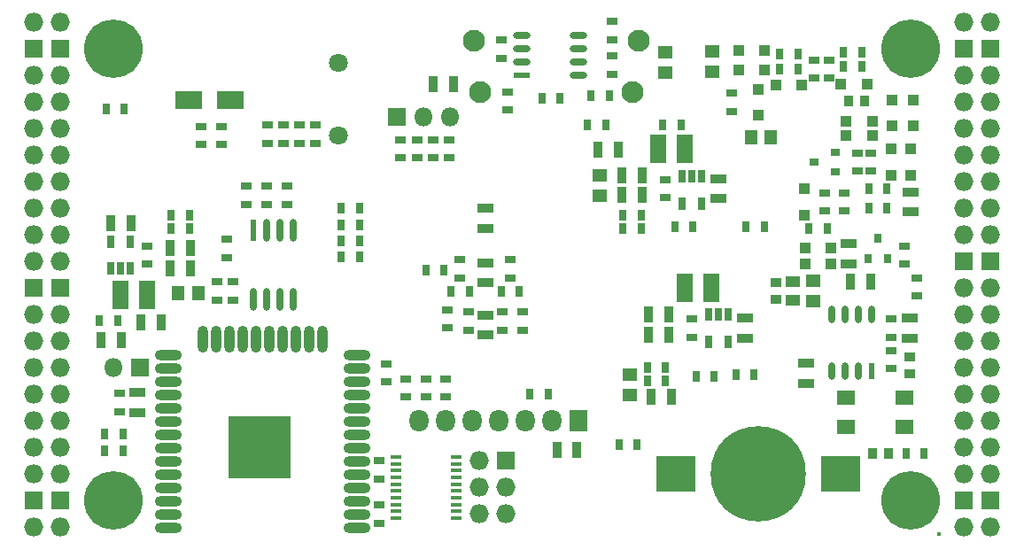
<source format=gbs>
G04 #@! TF.GenerationSoftware,KiCad,Pcbnew,5.0.0-rc2+dfsg1-3*
G04 #@! TF.CreationDate,2018-07-05T14:42:17+02:00*
G04 #@! TF.ProjectId,ulx3s,756C7833732E6B696361645F70636200,rev?*
G04 #@! TF.SameCoordinates,Original*
G04 #@! TF.FileFunction,Soldermask,Bot*
G04 #@! TF.FilePolarity,Negative*
%FSLAX46Y46*%
G04 Gerber Fmt 4.6, Leading zero omitted, Abs format (unit mm)*
G04 Created by KiCad (PCBNEW 5.0.0-rc2+dfsg1-3) date Thu Jul  5 14:42:17 2018*
%MOMM*%
%LPD*%
G01*
G04 APERTURE LIST*
%ADD10R,3.700000X3.500000*%
%ADD11C,9.100000*%
%ADD12R,1.550000X0.600000*%
%ADD13O,1.650000X0.700000*%
%ADD14R,0.600000X2.100000*%
%ADD15O,0.700000X2.200000*%
%ADD16R,0.600000X1.550000*%
%ADD17O,0.700000X1.650000*%
%ADD18R,1.000000X0.400000*%
%ADD19R,0.700000X1.200000*%
%ADD20O,2.600000X1.000000*%
%ADD21O,1.000000X2.600000*%
%ADD22R,6.000000X6.000000*%
%ADD23O,1.827200X1.827200*%
%ADD24R,1.727200X1.727200*%
%ADD25C,5.600000*%
%ADD26R,1.727200X2.032000*%
%ADD27O,1.827200X2.132000*%
%ADD28C,1.800000*%
%ADD29R,1.800000X1.400000*%
%ADD30R,0.970000X1.500000*%
%ADD31R,0.670000X1.000000*%
%ADD32R,1.500000X0.970000*%
%ADD33R,1.000000X0.670000*%
%ADD34C,2.100000*%
%ADD35R,1.000000X1.000000*%
%ADD36C,0.400000*%
%ADD37R,1.700000X1.700000*%
%ADD38O,1.800000X1.800000*%
%ADD39R,1.500000X2.700000*%
%ADD40R,1.295000X1.400000*%
%ADD41R,1.400000X1.295000*%
%ADD42R,2.500000X1.800000*%
%ADD43R,0.800000X0.900000*%
%ADD44R,0.900000X0.800000*%
%ADD45R,0.820000X1.000000*%
%ADD46R,1.000000X0.820000*%
%ADD47R,1.400000X1.120000*%
G04 APERTURE END LIST*
D10*
G04 #@! TO.C,BAT1*
X172485000Y-105870000D03*
X156685000Y-105870000D03*
D11*
X164585000Y-105870000D03*
G04 #@! TD*
D12*
G04 #@! TO.C,U11*
X141980000Y-67706500D03*
D13*
X141980000Y-66436500D03*
X141980000Y-65166500D03*
X141980000Y-63896500D03*
X147380000Y-63896500D03*
X147380000Y-65166500D03*
X147380000Y-66436500D03*
X147380000Y-67706500D03*
G04 #@! TD*
D14*
G04 #@! TO.C,U10*
X116340000Y-82520000D03*
D15*
X117610000Y-82520000D03*
X118880000Y-82520000D03*
X120150000Y-82520000D03*
X120150000Y-89124000D03*
X118880000Y-89124000D03*
X117610000Y-89124000D03*
X116340000Y-89124000D03*
G04 #@! TD*
D16*
G04 #@! TO.C,U7*
X175395000Y-96015000D03*
D17*
X174125000Y-96015000D03*
X172855000Y-96015000D03*
X171585000Y-96015000D03*
X171585000Y-90615000D03*
X172855000Y-90615000D03*
X174125000Y-90615000D03*
X175395000Y-90615000D03*
G04 #@! TD*
D18*
G04 #@! TO.C,U6*
X129935000Y-104215000D03*
X129935000Y-104865000D03*
X129935000Y-105515000D03*
X129935000Y-106165000D03*
X129935000Y-106815000D03*
X129935000Y-107465000D03*
X129935000Y-108115000D03*
X129935000Y-108765000D03*
X129935000Y-109415000D03*
X129935000Y-110065000D03*
X135735000Y-110065000D03*
X135735000Y-109415000D03*
X135735000Y-108765000D03*
X135735000Y-108115000D03*
X135735000Y-107465000D03*
X135735000Y-106815000D03*
X135735000Y-106165000D03*
X135735000Y-105515000D03*
X135735000Y-104865000D03*
X135735000Y-104215000D03*
G04 #@! TD*
D19*
G04 #@! TO.C,U5*
X157285000Y-77392000D03*
X158235000Y-77392000D03*
X159185000Y-77392000D03*
X159185000Y-79992000D03*
X157285000Y-79992000D03*
G04 #@! TD*
G04 #@! TO.C,U3*
X159825000Y-90600000D03*
X160775000Y-90600000D03*
X161725000Y-90600000D03*
X161725000Y-93200000D03*
X159825000Y-93200000D03*
G04 #@! TD*
G04 #@! TO.C,U4*
X104575000Y-86215000D03*
X103625000Y-86215000D03*
X102675000Y-86215000D03*
X102675000Y-83615000D03*
X104575000Y-83615000D03*
G04 #@! TD*
D20*
G04 #@! TO.C,U9*
X126230000Y-111000000D03*
X126230000Y-109730000D03*
X126230000Y-108460000D03*
X126230000Y-107190000D03*
X126230000Y-105920000D03*
X126230000Y-104650000D03*
X126230000Y-103380000D03*
X126230000Y-102110000D03*
X126230000Y-100840000D03*
X126230000Y-99570000D03*
X126230000Y-98300000D03*
X126230000Y-97030000D03*
X126230000Y-95760000D03*
X126230000Y-94490000D03*
D21*
X122945000Y-93000000D03*
X121675000Y-93000000D03*
X120405000Y-93000000D03*
X119135000Y-93000000D03*
X117865000Y-93000000D03*
X116595000Y-93000000D03*
X115325000Y-93000000D03*
X114055000Y-93000000D03*
X112785000Y-93000000D03*
X111515000Y-93000000D03*
D20*
X108230000Y-94490000D03*
X108230000Y-95760000D03*
X108230000Y-97030000D03*
X108230000Y-98300000D03*
X108230000Y-99570000D03*
X108230000Y-100840000D03*
X108230000Y-102110000D03*
X108230000Y-103380000D03*
X108230000Y-104650000D03*
X108230000Y-105920000D03*
X108230000Y-107190000D03*
X108230000Y-108460000D03*
X108230000Y-109730000D03*
X108230000Y-111000000D03*
D22*
X116930000Y-103300000D03*
G04 #@! TD*
D23*
G04 #@! TO.C,J1*
X97910000Y-62690000D03*
X95370000Y-62690000D03*
D24*
X97910000Y-65230000D03*
X95370000Y-65230000D03*
D23*
X97910000Y-67770000D03*
X95370000Y-67770000D03*
X97910000Y-70310000D03*
X95370000Y-70310000D03*
X97910000Y-72850000D03*
X95370000Y-72850000D03*
X97910000Y-75390000D03*
X95370000Y-75390000D03*
X97910000Y-77930000D03*
X95370000Y-77930000D03*
X97910000Y-80470000D03*
X95370000Y-80470000D03*
X97910000Y-83010000D03*
X95370000Y-83010000D03*
X97910000Y-85550000D03*
X95370000Y-85550000D03*
D24*
X97910000Y-88090000D03*
X95370000Y-88090000D03*
D23*
X97910000Y-90630000D03*
X95370000Y-90630000D03*
X97910000Y-93170000D03*
X95370000Y-93170000D03*
X97910000Y-95710000D03*
X95370000Y-95710000D03*
X97910000Y-98250000D03*
X95370000Y-98250000D03*
X97910000Y-100790000D03*
X95370000Y-100790000D03*
X97910000Y-103330000D03*
X95370000Y-103330000D03*
X97910000Y-105870000D03*
X95370000Y-105870000D03*
D24*
X97910000Y-108410000D03*
X95370000Y-108410000D03*
D23*
X97910000Y-110950000D03*
X95370000Y-110950000D03*
G04 #@! TD*
G04 #@! TO.C,J2*
X184270000Y-110950000D03*
X186810000Y-110950000D03*
D24*
X184270000Y-108410000D03*
X186810000Y-108410000D03*
D23*
X184270000Y-105870000D03*
X186810000Y-105870000D03*
X184270000Y-103330000D03*
X186810000Y-103330000D03*
X184270000Y-100790000D03*
X186810000Y-100790000D03*
X184270000Y-98250000D03*
X186810000Y-98250000D03*
X184270000Y-95710000D03*
X186810000Y-95710000D03*
X184270000Y-93170000D03*
X186810000Y-93170000D03*
X184270000Y-90630000D03*
X186810000Y-90630000D03*
X184270000Y-88090000D03*
X186810000Y-88090000D03*
D24*
X184270000Y-85550000D03*
X186810000Y-85550000D03*
D23*
X184270000Y-83010000D03*
X186810000Y-83010000D03*
X184270000Y-80470000D03*
X186810000Y-80470000D03*
X184270000Y-77930000D03*
X186810000Y-77930000D03*
X184270000Y-75390000D03*
X186810000Y-75390000D03*
X184270000Y-72850000D03*
X186810000Y-72850000D03*
X184270000Y-70310000D03*
X186810000Y-70310000D03*
X184270000Y-67770000D03*
X186810000Y-67770000D03*
D24*
X184270000Y-65230000D03*
X186810000Y-65230000D03*
D23*
X184270000Y-62690000D03*
X186810000Y-62690000D03*
G04 #@! TD*
D25*
G04 #@! TO.C,H1*
X102990000Y-108410000D03*
G04 #@! TD*
G04 #@! TO.C,H2*
X179190000Y-108410000D03*
G04 #@! TD*
G04 #@! TO.C,H3*
X179190000Y-65230000D03*
G04 #@! TD*
G04 #@! TO.C,H4*
X102990000Y-65230000D03*
G04 #@! TD*
D24*
G04 #@! TO.C,J4*
X140455000Y-104600000D03*
D23*
X137915000Y-104600000D03*
X140455000Y-107140000D03*
X137915000Y-107140000D03*
X140455000Y-109680000D03*
X137915000Y-109680000D03*
G04 #@! TD*
D26*
G04 #@! TO.C,OLED1*
X147440000Y-100790000D03*
D27*
X144900000Y-100790000D03*
X142360000Y-100790000D03*
X139820000Y-100790000D03*
X137280000Y-100790000D03*
X134740000Y-100790000D03*
X132200000Y-100790000D03*
G04 #@! TD*
D28*
G04 #@! TO.C,AUDIO1*
X124468000Y-66518000D03*
X124468000Y-73518000D03*
G04 #@! TD*
D29*
G04 #@! TO.C,Y2*
X178576000Y-98522000D03*
X172976000Y-98522000D03*
X172976000Y-101322000D03*
X178576000Y-101322000D03*
G04 #@! TD*
D30*
G04 #@! TO.C,C47*
X133546000Y-68550000D03*
X135456000Y-68550000D03*
G04 #@! TD*
G04 #@! TO.C,C1*
X102748500Y-81885000D03*
X104658500Y-81885000D03*
G04 #@! TD*
D31*
G04 #@! TO.C,C2*
X153985000Y-96910000D03*
X155735000Y-96910000D03*
G04 #@! TD*
D30*
G04 #@! TO.C,C3*
X156015000Y-90630000D03*
X154105000Y-90630000D03*
G04 #@! TD*
G04 #@! TO.C,C4*
X154105000Y-92535000D03*
X156015000Y-92535000D03*
G04 #@! TD*
D32*
G04 #@! TO.C,C5*
X163315000Y-90945000D03*
X163315000Y-92855000D03*
G04 #@! TD*
D31*
G04 #@! TO.C,C6*
X151645000Y-82375000D03*
X153395000Y-82375000D03*
G04 #@! TD*
D30*
G04 #@! TO.C,C7*
X153475000Y-79200000D03*
X151565000Y-79200000D03*
G04 #@! TD*
G04 #@! TO.C,C8*
X153475000Y-77295000D03*
X151565000Y-77295000D03*
G04 #@! TD*
D32*
G04 #@! TO.C,C9*
X160775000Y-79520000D03*
X160775000Y-77610000D03*
G04 #@! TD*
D31*
G04 #@! TO.C,C10*
X108465000Y-81105000D03*
X110215000Y-81105000D03*
G04 #@! TD*
D30*
G04 #@! TO.C,C11*
X108385000Y-84280000D03*
X110295000Y-84280000D03*
G04 #@! TD*
G04 #@! TO.C,C12*
X110295000Y-86185000D03*
X108385000Y-86185000D03*
G04 #@! TD*
D32*
G04 #@! TO.C,C13*
X173221000Y-83833000D03*
X173221000Y-85743000D03*
G04 #@! TD*
D33*
G04 #@! TO.C,C14*
X175380000Y-76900000D03*
X175380000Y-75150000D03*
G04 #@! TD*
D32*
G04 #@! TO.C,C15*
X105276000Y-99967000D03*
X105276000Y-98057000D03*
G04 #@! TD*
D30*
G04 #@! TO.C,C16*
X173424000Y-87473000D03*
X175334000Y-87473000D03*
G04 #@! TD*
D32*
G04 #@! TO.C,C17*
X138500000Y-90665000D03*
X138500000Y-92575000D03*
G04 #@! TD*
D33*
G04 #@! TO.C,C18*
X150589600Y-64359000D03*
X150589600Y-62609000D03*
G04 #@! TD*
D32*
G04 #@! TO.C,C19*
X138500000Y-82375000D03*
X138500000Y-80465000D03*
G04 #@! TD*
G04 #@! TO.C,C20*
X138500000Y-87575000D03*
X138500000Y-85665000D03*
G04 #@! TD*
D30*
G04 #@! TO.C,C21*
X103706000Y-93061000D03*
X101796000Y-93061000D03*
G04 #@! TD*
G04 #@! TO.C,C22*
X154359000Y-98504000D03*
X156269000Y-98504000D03*
G04 #@! TD*
G04 #@! TO.C,C23*
X105591000Y-91392000D03*
X107501000Y-91392000D03*
G04 #@! TD*
G04 #@! TO.C,C24*
X151189000Y-74882000D03*
X149279000Y-74882000D03*
G04 #@! TD*
D33*
G04 #@! TO.C,C25*
X140900000Y-87095000D03*
X140900000Y-85345000D03*
G04 #@! TD*
G04 #@! TO.C,C26*
X136100000Y-87095000D03*
X136100000Y-85345000D03*
G04 #@! TD*
G04 #@! TO.C,C27*
X136900000Y-92095000D03*
X136900000Y-90345000D03*
G04 #@! TD*
G04 #@! TO.C,C28*
X140100000Y-90345000D03*
X140100000Y-92095000D03*
G04 #@! TD*
G04 #@! TO.C,C29*
X142100000Y-92095000D03*
X142100000Y-90345000D03*
G04 #@! TD*
G04 #@! TO.C,C30*
X134900000Y-90145000D03*
X134900000Y-91895000D03*
G04 #@! TD*
D31*
G04 #@! TO.C,C31*
X135225000Y-88420000D03*
X136975000Y-88420000D03*
G04 #@! TD*
G04 #@! TO.C,C32*
X140025000Y-88420000D03*
X141775000Y-88420000D03*
G04 #@! TD*
G04 #@! TO.C,C33*
X163425000Y-82220000D03*
X165175000Y-82220000D03*
G04 #@! TD*
G04 #@! TO.C,C34*
X158375000Y-82220000D03*
X156625000Y-82220000D03*
G04 #@! TD*
D33*
G04 #@! TO.C,C35*
X177300000Y-94025000D03*
X177300000Y-95775000D03*
G04 #@! TD*
D30*
G04 #@! TO.C,C46*
X145342000Y-103584000D03*
X147252000Y-103584000D03*
G04 #@! TD*
D31*
G04 #@! TO.C,C48*
X103995000Y-70963000D03*
X102245000Y-70963000D03*
G04 #@! TD*
G04 #@! TO.C,C49*
X103372000Y-91156000D03*
X101622000Y-91156000D03*
G04 #@! TD*
D33*
G04 #@! TO.C,C50*
X179713000Y-88856000D03*
X179713000Y-87106000D03*
G04 #@! TD*
D31*
G04 #@! TO.C,C51*
X180473000Y-103856000D03*
X178723000Y-103856000D03*
G04 #@! TD*
G04 #@! TO.C,C52*
X158645000Y-96490000D03*
X160395000Y-96490000D03*
G04 #@! TD*
G04 #@! TO.C,C53*
X132827200Y-86330000D03*
X134577200Y-86330000D03*
G04 #@! TD*
D32*
G04 #@! TO.C,C54*
X169172000Y-95281000D03*
X169172000Y-97191000D03*
G04 #@! TD*
G04 #@! TO.C,D11*
X179190000Y-80790000D03*
X179190000Y-78880000D03*
G04 #@! TD*
D34*
G04 #@! TO.C,GPDI1*
X152546000Y-69312000D03*
X138046000Y-69312000D03*
X153146000Y-64412000D03*
X137446000Y-64412000D03*
G04 #@! TD*
D35*
G04 #@! TO.C,D10*
X169050000Y-84280000D03*
X171550000Y-84280000D03*
G04 #@! TD*
G04 #@! TO.C,D12*
X169030000Y-78585000D03*
X169030000Y-81085000D03*
G04 #@! TD*
G04 #@! TO.C,D13*
X171550000Y-85804000D03*
X169050000Y-85804000D03*
G04 #@! TD*
G04 #@! TO.C,D14*
X179190000Y-74775000D03*
X179190000Y-77275000D03*
G04 #@! TD*
G04 #@! TO.C,D15*
X177285000Y-77275000D03*
X177285000Y-74775000D03*
G04 #@! TD*
G04 #@! TO.C,D16*
X172987000Y-73503000D03*
X175487000Y-73503000D03*
G04 #@! TD*
G04 #@! TO.C,D17*
X164585000Y-69060000D03*
X164585000Y-71560000D03*
G04 #@! TD*
G04 #@! TO.C,D20*
X168756000Y-68659000D03*
X166256000Y-68659000D03*
G04 #@! TD*
G04 #@! TO.C,D21*
X174979000Y-68550000D03*
X172479000Y-68550000D03*
G04 #@! TD*
G04 #@! TO.C,D23*
X165200000Y-67262000D03*
X162700000Y-67262000D03*
G04 #@! TD*
G04 #@! TO.C,D24*
X162700000Y-65357000D03*
X165200000Y-65357000D03*
G04 #@! TD*
G04 #@! TO.C,D25*
X177412000Y-72594000D03*
X177412000Y-70094000D03*
G04 #@! TD*
G04 #@! TO.C,D26*
X179444000Y-70094000D03*
X179444000Y-72594000D03*
G04 #@! TD*
D36*
G04 #@! TO.C,AE1*
X181872000Y-111603000D03*
G04 #@! TD*
D33*
G04 #@! TO.C,R49*
X113277000Y-74360000D03*
X113277000Y-72610000D03*
G04 #@! TD*
G04 #@! TO.C,R50*
X111372000Y-72610000D03*
X111372000Y-74360000D03*
G04 #@! TD*
D31*
G04 #@! TO.C,R51*
X155455000Y-72487000D03*
X157205000Y-72487000D03*
G04 #@! TD*
D33*
G04 #@! TO.C,R52*
X171331000Y-66278000D03*
X171331000Y-68028000D03*
G04 #@! TD*
G04 #@! TO.C,R53*
X169919000Y-68028000D03*
X169919000Y-66278000D03*
G04 #@! TD*
D31*
G04 #@! TO.C,R54*
X174477000Y-65502000D03*
X172727000Y-65502000D03*
G04 #@! TD*
D33*
G04 #@! TO.C,R56*
X128390000Y-106321000D03*
X128390000Y-104571000D03*
G04 #@! TD*
G04 #@! TO.C,R57*
X117722000Y-72483000D03*
X117722000Y-74233000D03*
G04 #@! TD*
G04 #@! TO.C,R58*
X119246000Y-74233000D03*
X119246000Y-72483000D03*
G04 #@! TD*
G04 #@! TO.C,R59*
X120770000Y-72483000D03*
X120770000Y-74233000D03*
G04 #@! TD*
G04 #@! TO.C,R60*
X122294000Y-74233000D03*
X122294000Y-72483000D03*
G04 #@! TD*
D31*
G04 #@! TO.C,R61*
X145655000Y-69900000D03*
X143905000Y-69900000D03*
G04 #@! TD*
D37*
G04 #@! TO.C,J3*
X105530000Y-95710000D03*
D38*
X102990000Y-95710000D03*
G04 #@! TD*
D37*
G04 #@! TO.C,J5*
X130056000Y-71725000D03*
D38*
X132596000Y-71725000D03*
X135136000Y-71725000D03*
G04 #@! TD*
D31*
G04 #@! TO.C,R40*
X166631000Y-65738000D03*
X168381000Y-65738000D03*
G04 #@! TD*
D33*
G04 #@! TO.C,R55*
X134740000Y-96740000D03*
X134740000Y-98490000D03*
G04 #@! TD*
D32*
G04 #@! TO.C,C55*
X179078000Y-90963000D03*
X179078000Y-92873000D03*
G04 #@! TD*
D33*
G04 #@! TO.C,R65*
X177300000Y-92793000D03*
X177300000Y-91043000D03*
G04 #@! TD*
D39*
G04 #@! TO.C,L1*
X160140000Y-88090000D03*
X157600000Y-88090000D03*
G04 #@! TD*
G04 #@! TO.C,L2*
X103625000Y-88725000D03*
X106165000Y-88725000D03*
G04 #@! TD*
G04 #@! TO.C,L3*
X155060000Y-74755000D03*
X157600000Y-74755000D03*
G04 #@! TD*
D31*
G04 #@! TO.C,R1*
X171175000Y-82375000D03*
X169425000Y-82375000D03*
G04 #@! TD*
D33*
G04 #@! TO.C,R2*
X172840000Y-78960000D03*
X172840000Y-80710000D03*
G04 #@! TD*
G04 #@! TO.C,R3*
X162045000Y-71185000D03*
X162045000Y-69435000D03*
G04 #@! TD*
D31*
G04 #@! TO.C,R4*
X176890000Y-80470000D03*
X175140000Y-80470000D03*
G04 #@! TD*
D33*
G04 #@! TO.C,R5*
X174110000Y-75150000D03*
X174110000Y-76900000D03*
G04 #@! TD*
G04 #@! TO.C,R6*
X178555000Y-85790000D03*
X178555000Y-84040000D03*
G04 #@! TD*
G04 #@! TO.C,R7*
X113785000Y-85155000D03*
X113785000Y-83405000D03*
G04 #@! TD*
G04 #@! TO.C,R8*
X170935000Y-80710000D03*
X170935000Y-78960000D03*
G04 #@! TD*
G04 #@! TO.C,R9*
X128390000Y-110555000D03*
X128390000Y-108805000D03*
G04 #@! TD*
D31*
G04 #@! TO.C,R10*
X151264000Y-103076000D03*
X153014000Y-103076000D03*
G04 #@! TD*
D33*
G04 #@! TO.C,R11*
X119515000Y-80093000D03*
X119515000Y-78343000D03*
G04 #@! TD*
G04 #@! TO.C,R12*
X114420000Y-89219000D03*
X114420000Y-87469000D03*
G04 #@! TD*
D31*
G04 #@! TO.C,R13*
X175140000Y-78565000D03*
X176890000Y-78565000D03*
G04 #@! TD*
G04 #@! TO.C,R14*
X124721000Y-85060000D03*
X126471000Y-85060000D03*
G04 #@! TD*
G04 #@! TO.C,R15*
X126471000Y-83536000D03*
X124721000Y-83536000D03*
G04 #@! TD*
G04 #@! TO.C,R16*
X124721000Y-82012000D03*
X126471000Y-82012000D03*
G04 #@! TD*
G04 #@! TO.C,R17*
X126471000Y-80470000D03*
X124721000Y-80470000D03*
G04 #@! TD*
D33*
G04 #@! TO.C,R18*
X130422000Y-73898000D03*
X130422000Y-75648000D03*
G04 #@! TD*
G04 #@! TO.C,R19*
X131961000Y-73898000D03*
X131961000Y-75648000D03*
G04 #@! TD*
G04 #@! TO.C,R20*
X133485000Y-73898000D03*
X133485000Y-75648000D03*
G04 #@! TD*
G04 #@! TO.C,R21*
X135009000Y-75648000D03*
X135009000Y-73898000D03*
G04 #@! TD*
G04 #@! TO.C,R22*
X140025500Y-66105000D03*
X140025500Y-64355000D03*
G04 #@! TD*
G04 #@! TO.C,R23*
X140597000Y-71076000D03*
X140597000Y-69326000D03*
G04 #@! TD*
G04 #@! TO.C,R24*
X150615000Y-67647000D03*
X150615000Y-65897000D03*
G04 #@! TD*
D31*
G04 #@! TO.C,R25*
X148300000Y-72487000D03*
X150050000Y-72487000D03*
G04 #@! TD*
G04 #@! TO.C,R26*
X150362000Y-69693000D03*
X148612000Y-69693000D03*
G04 #@! TD*
D33*
G04 #@! TO.C,R27*
X129025000Y-95300000D03*
X129025000Y-97050000D03*
G04 #@! TD*
G04 #@! TO.C,R28*
X117595000Y-78343000D03*
X117595000Y-80093000D03*
G04 #@! TD*
G04 #@! TO.C,R29*
X112896000Y-89219000D03*
X112896000Y-87469000D03*
G04 #@! TD*
G04 #@! TO.C,R30*
X115690000Y-78343000D03*
X115690000Y-80093000D03*
G04 #@! TD*
D31*
G04 #@! TO.C,R31*
X142755000Y-98250000D03*
X144505000Y-98250000D03*
G04 #@! TD*
D33*
G04 #@! TO.C,R32*
X132835000Y-98490000D03*
X132835000Y-96740000D03*
G04 #@! TD*
G04 #@! TO.C,R33*
X130930000Y-96740000D03*
X130930000Y-98490000D03*
G04 #@! TD*
D31*
G04 #@! TO.C,R34*
X102115000Y-103600000D03*
X103865000Y-103600000D03*
G04 #@! TD*
G04 #@! TO.C,R35*
X102115000Y-102060000D03*
X103865000Y-102060000D03*
G04 #@! TD*
D33*
G04 #@! TO.C,R38*
X103576500Y-99905000D03*
X103576500Y-98155000D03*
G04 #@! TD*
D31*
G04 #@! TO.C,R39*
X164190000Y-96345000D03*
X162440000Y-96345000D03*
G04 #@! TD*
G04 #@! TO.C,R63*
X168381000Y-67135000D03*
X166631000Y-67135000D03*
G04 #@! TD*
G04 #@! TO.C,R64*
X174475000Y-66899000D03*
X172725000Y-66899000D03*
G04 #@! TD*
G04 #@! TO.C,RA1*
X153985000Y-95640000D03*
X155735000Y-95640000D03*
G04 #@! TD*
G04 #@! TO.C,RA2*
X110215000Y-82375000D03*
X108465000Y-82375000D03*
G04 #@! TD*
G04 #@! TO.C,RA3*
X151645000Y-81105000D03*
X153395000Y-81105000D03*
G04 #@! TD*
D33*
G04 #@! TO.C,RB1*
X158235000Y-92775000D03*
X158235000Y-91025000D03*
G04 #@! TD*
G04 #@! TO.C,RB2*
X106165000Y-85790000D03*
X106165000Y-84040000D03*
G04 #@! TD*
G04 #@! TO.C,RB3*
X155695000Y-79440000D03*
X155695000Y-77690000D03*
G04 #@! TD*
D40*
G04 #@! TO.C,RD9*
X165821500Y-73630000D03*
X163886500Y-73630000D03*
G04 #@! TD*
D41*
G04 #@! TO.C,RD51*
X155710000Y-65550500D03*
X155710000Y-67485500D03*
G04 #@! TD*
G04 #@! TO.C,RD52*
X160155000Y-67358500D03*
X160155000Y-65423500D03*
G04 #@! TD*
G04 #@! TO.C,RP1*
X152281000Y-96393500D03*
X152281000Y-98328500D03*
G04 #@! TD*
D40*
G04 #@! TO.C,RP2*
X111069500Y-88598000D03*
X109134500Y-88598000D03*
G04 #@! TD*
D41*
G04 #@! TO.C,RP3*
X149472000Y-77343500D03*
X149472000Y-79278500D03*
G04 #@! TD*
D42*
G04 #@! TO.C,D8*
X110149000Y-70074000D03*
X114149000Y-70074000D03*
G04 #@! TD*
D43*
G04 #@! TO.C,Q1*
X176015000Y-83280000D03*
X175065000Y-85280000D03*
X176965000Y-85280000D03*
G04 #@! TD*
D44*
G04 #@! TO.C,Q2*
X171935000Y-75075000D03*
X171935000Y-76975000D03*
X169935000Y-76025000D03*
G04 #@! TD*
D35*
G04 #@! TO.C,D27*
X175502000Y-72106000D03*
X173002000Y-72106000D03*
G04 #@! TD*
D45*
G04 #@! TO.C,R66*
X173198000Y-70201000D03*
X174798000Y-70201000D03*
G04 #@! TD*
D46*
G04 #@! TO.C,C56*
X179078000Y-96274000D03*
X179078000Y-94674000D03*
G04 #@! TD*
D45*
G04 #@! TO.C,C57*
X177084000Y-103856000D03*
X175484000Y-103856000D03*
G04 #@! TD*
D47*
G04 #@! TO.C,C58*
X167902000Y-89242000D03*
X167902000Y-87482000D03*
G04 #@! TD*
D46*
G04 #@! TO.C,C59*
X166251000Y-89162000D03*
X166251000Y-87562000D03*
G04 #@! TD*
D41*
G04 #@! TO.C,L4*
X169807000Y-87394500D03*
X169807000Y-89329500D03*
G04 #@! TD*
M02*

</source>
